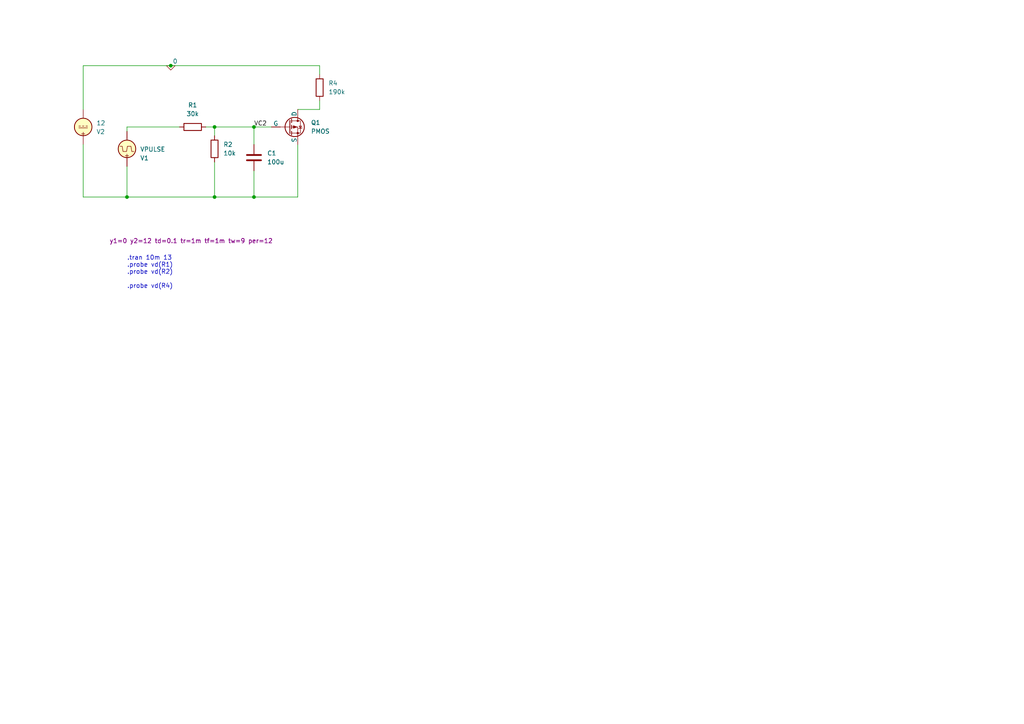
<source format=kicad_sch>
(kicad_sch (version 20230121) (generator eeschema)
  (paper "A4")
  (lib_symbols
    (symbol "Device:C" (pin_numbers hide) (pin_names (offset 0.254))
      (property "Reference" "C" (at 0.635 2.54 0))
      (property "Value" "C" (at 0.635 -2.54 0))
      (symbol "C_0_1"
        (polyline (pts (xy -2.032 -0.762) (xy 2.032 -0.762)) (stroke (width 0.508)))
        (polyline (pts (xy -2.032 0.762) (xy 2.032 0.762)) (stroke (width 0.508)))
      )
      (symbol "C_1_1"
        (pin passive line (at 0 3.81 270) (length 2.794) (name "~") (number "1"))
        (pin passive line (at 0 -3.81 90) (length 2.794) (name "~") (number "2"))
      )
    )
    (symbol "Device:R" (pin_numbers hide) (pin_names (offset 0))
      (property "Reference" "R" (at 2.032 0 90))
      (property "Value" "R" (at 0 0 90))
      (symbol "R_0_1"
        (rectangle (start -1.016 -2.54) (end 1.016 2.54) (stroke (width 0.254)))
      )
      (symbol "R_1_1"
        (pin passive line (at 0 3.81 270) (length 1.27) (name "~") (number "1"))
        (pin passive line (at 0 -3.81 90) (length 1.27) (name "~") (number "2"))
      )
    )
    (symbol "Simulation_SPICE:0" (power) (pin_names (offset 0))
      (property "Value" "0" (at 0 -1.778 0))
      (symbol "0_0_1"
        (polyline (pts (xy -1.27 0) (xy 0 -1.27) (xy 1.27 0) (xy -1.27 0)))
      )
      (symbol "0_1_1"
        (pin power_in line (at 0 0 0) (length 0) hide (name "0") (number "1"))
      )
    )
    (symbol "Simulation_SPICE:PMOS" (pin_numbers hide) (pin_names (offset 0))
      (property "Reference" "Q" (at 5.08 1.27 0))
      (property "Value" "PMOS" (at 5.08 -1.27 0))
      (symbol "PMOS_0_1"
        (polyline (pts (xy 0.254 0) (xy -2.54 0)))
        (polyline (pts (xy 0.254 1.905) (xy 0.254 -1.905)) (stroke (width 0.254)))
        (polyline (pts (xy 0.762 -1.27) (xy 0.762 -2.286)) (stroke (width 0.254)))
        (polyline (pts (xy 0.762 0.508) (xy 0.762 -0.508)) (stroke (width 0.254)))
        (polyline (pts (xy 0.762 2.286) (xy 0.762 1.27)) (stroke (width 0.254)))
        (polyline (pts (xy 2.54 2.54) (xy 2.54 1.778)))
        (polyline (pts (xy 2.54 -2.54) (xy 2.54 0) (xy 0.762 0)))
        (polyline (pts (xy 0.762 1.778) (xy 3.302 1.778) (xy 3.302 -1.778) (xy 0.762 -1.778)))
        (polyline (pts (xy 2.286 0) (xy 1.27 0.381) (xy 1.27 -0.381) (xy 2.286 0)) (fill (type outline)))
        (polyline (pts (xy 2.794 -0.508) (xy 2.921 -0.381) (xy 3.683 -0.381) (xy 3.81 -0.254)))
        (polyline (pts (xy 3.302 -0.381) (xy 2.921 0.254) (xy 3.683 0.254) (xy 3.302 -0.381)))
        (circle (center 1.651 0) (radius 2.794) (stroke (width 0.254)))
        (circle (center 2.54 -1.778) (radius 0.254) (fill (type outline)))
        (circle (center 2.54 1.778) (radius 0.254) (fill (type outline)))
      )
      (symbol "PMOS_1_1"
        (pin passive line (at 2.54 5.08 270) (length 2.54) (name "D") (number "1"))
        (pin input line (at -5.08 0 0) (length 2.54) (name "G") (number "2"))
        (pin passive line (at 2.54 -5.08 90) (length 2.54) (name "S") (number "3"))
      )
    )
    (symbol "Simulation_SPICE:VDC" (pin_numbers hide) (pin_names (offset 0.0254))
      (property "Reference" "V" (at 2.54 2.54 0))
      (property "Value" "1" (at 2.54 0 0))
      (symbol "VDC_0_0"
        (polyline (pts (xy -1.27 0.254) (xy 1.27 0.254)))
        (polyline (pts (xy -0.762 -0.254) (xy -1.27 -0.254)))
        (polyline (pts (xy 0.254 -0.254) (xy -0.254 -0.254)))
        (polyline (pts (xy 1.27 -0.254) (xy 0.762 -0.254)))
        (text "+" (at 0 1.905 0) (effects (font (size 1.27 1.27))))
      )
      (symbol "VDC_0_1"
        (circle (center 0 0) (radius 2.54) (stroke (width 0.254)) (fill (type background)))
      )
      (symbol "VDC_1_1"
        (pin passive line (at 0 5.08 270) (length 2.54) (name "~") (number "1"))
        (pin passive line (at 0 -5.08 90) (length 2.54) (name "~") (number "2"))
      )
    )
    (symbol "Simulation_SPICE:VPULSE" (pin_numbers hide) (pin_names (offset 0.0254))
      (property "Reference" "V" (at 2.54 2.54 0))
      (property "Value" "VPULSE" (at 2.54 0 0))
      (property "Sim.Params" "y1=0 y2=1 td=2n tr=2n tf=2n tw=50n per=100n" (at 2.54 -2.54 0))
      (symbol "VPULSE_0_0"
        (polyline (pts (xy -2.032 -0.762) (xy -1.397 -0.762) (xy -1.143 0.762) (xy -0.127 0.762) (xy 0.127 -0.762) (xy 1.143 -0.762) (xy 1.397 0.762) (xy 2.032 0.762)))
        (text "+" (at 0 1.905 0) (effects (font (size 1.27 1.27))))
      )
      (symbol "VPULSE_0_1"
        (circle (center 0 0) (radius 2.54) (stroke (width 0.254)) (fill (type background)))
      )
      (symbol "VPULSE_1_1"
        (pin passive line (at 0 5.08 270) (length 2.54) (name "~") (number "1"))
        (pin passive line (at 0 -5.08 90) (length 2.54) (name "~") (number "2"))
      )
    )
  )
  (junction (at 49.53 19.05))
  (junction (at 36.83 57.15))
  (junction (at 73.66 36.83))
  (junction (at 62.23 57.15))
  (junction (at 73.66 57.15))
  (junction (at 62.23 36.83))
  (wire (pts (xy 62.23 46.99) (xy 62.23 57.15)))
  (wire (pts (xy 92.71 19.05) (xy 92.71 21.59)))
  (wire (pts (xy 49.53 19.05) (xy 92.71 19.05)))
  (wire (pts (xy 62.23 39.37) (xy 62.23 36.83)))
  (wire (pts (xy 92.71 29.21) (xy 92.71 31.75)))
  (wire (pts (xy 73.66 36.83) (xy 78.74 36.83)))
  (wire (pts (xy 24.13 19.05) (xy 24.13 31.75)))
  (wire (pts (xy 59.69 36.83) (xy 62.23 36.83)))
  (wire (pts (xy 24.13 57.15) (xy 36.83 57.15)))
  (wire (pts (xy 73.66 57.15) (xy 86.36 57.15)))
  (wire (pts (xy 24.13 41.91) (xy 24.13 57.15)))
  (wire (pts (xy 62.23 57.15) (xy 73.66 57.15)))
  (wire (pts (xy 86.36 31.75) (xy 92.71 31.75)))
  (wire (pts (xy 24.13 19.05) (xy 49.53 19.05)))
  (wire (pts (xy 36.83 48.26) (xy 36.83 57.15)))
  (wire (pts (xy 73.66 36.83) (xy 73.66 41.91)))
  (wire (pts (xy 62.23 36.83) (xy 73.66 36.83)))
  (wire (pts (xy 86.36 41.91) (xy 86.36 57.15)))
  (wire (pts (xy 73.66 49.53) (xy 73.66 57.15)))
  (wire (pts (xy 36.83 36.83) (xy 52.07 36.83)))
  (wire (pts (xy 36.83 36.83) (xy 36.83 38.1)))
  (wire (pts (xy 36.83 57.15) (xy 62.23 57.15)))
  (text ".tran 10m 13\n.probe vd(R1)\n.probe vd(R2)\n\n.probe vd(R4)" (at 36.83 83.82 0) (effects (font (size 1.27 1.27)) (justify left bottom)))
  (label "VC2" (at 73.66 36.83 0))
  (symbol (lib_id "Device:R") (at 55.88 36.83 90) (unit 1)
    (property "Reference" "R1" (at 55.88 30.48 90))
    (property "Value" "30k" (at 55.88 33.02 90))
  )
  (symbol (lib_id "Simulation_SPICE:0") (at 49.53 19.05 0) (unit 1)
    (property "Reference" "#GND01" (effects hide))
    (property "Value" "0" (at 50.8 17.78 0))
  )
  (symbol (lib_id "Device:C") (at 73.66 45.72 0) (unit 1)
    (property "Reference" "C1" (at 77.47 44.45 0) (effects (justify left)))
    (property "Value" "100u" (at 77.47 46.99 0) (effects (justify left)))
  )
  (symbol (lib_id "Simulation_SPICE:VPULSE") (at 36.83 43.18 0) (mirror x) (unit 1)
    (property "Reference" "V1" (at 40.64 45.8498 0) (effects (justify left)))
    (property "Value" "VPULSE" (at 40.64 43.3098 0) (effects (justify left)))
    (property "Sim.Pins" "1=+ 2=-" (effects hide))
    (property "Sim.Type" "PULSE" (effects hide))
    (property "Sim.Device" "V" (effects hide))
    (property "Sim.Params" "y1=0 y2=12 td=0.1 tr=1m tf=1m tw=9 per=12" (at 31.75 69.85 0) (effects (justify left)))
  )
  (symbol (lib_id "Device:R") (at 92.71 25.4 180) (unit 1)
    (property "Reference" "R4" (at 95.25 24.13 0) (effects (justify right)))
    (property "Value" "190k" (at 95.25 26.67 0) (effects (justify right)))
  )
  (symbol (lib_id "Device:R") (at 62.23 43.18 180) (unit 1)
    (property "Reference" "R2" (at 64.77 41.91 0) (effects (justify right)))
    (property "Value" "10k" (at 64.77 44.45 0) (effects (justify right)))
  )
  (symbol (lib_id "Simulation_SPICE:PMOS") (at 83.82 36.83 0) (unit 1)
    (property "Reference" "Q1" (at 90.17 35.56 0) (effects (justify left)))
    (property "Value" "PMOS" (at 90.17 38.1 0) (effects (justify left)))
    (property "Datasheet" "https://ngspice.sourceforge.io/docs/ngspice-manual.pdf" (effects hide))
    (property "Sim.Device" "PMOS" (effects hide))
    (property "Sim.Type" "VDMOS" (effects hide))
    (property "Sim.Pins" "1=D 2=G 3=S" (effects hide))
    (property "Sim.Library" "bs250p.lib" (effects hide))
    (property "Sim.Name" "BS250P" (effects hide))
  )
  (symbol (lib_id "Simulation_SPICE:VDC") (at 24.13 36.83 0) (mirror x) (unit 1)
    (property "Reference" "V2" (at 27.94 38.2298 0) (effects (justify left)))
    (property "Value" "12" (at 27.94 35.6898 0) (effects (justify left)))
    (property "Sim.Pins" "1=+ 2=-" (effects hide))
    (property "Sim.Type" "DC" (effects hide))
    (property "Sim.Device" "V" (effects hide))
  )
)
</source>
